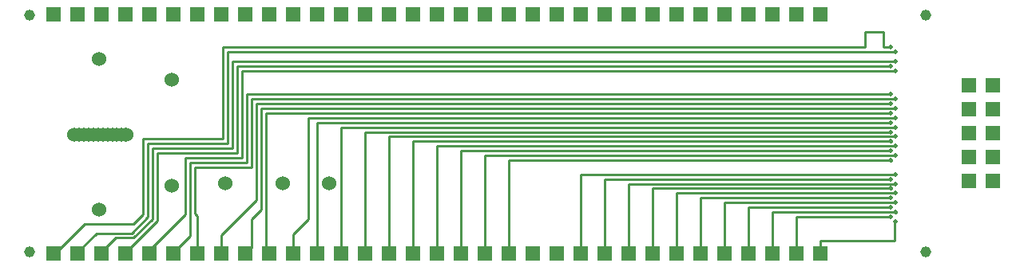
<source format=gbl>
G04*
G04 #@! TF.GenerationSoftware,Altium Limited,Altium Designer,18.1.7 (191)*
G04*
G04 Layer_Physical_Order=2*
G04 Layer_Color=16711680*
%FSLAX44Y44*%
%MOMM*%
G71*
G01*
G75*
%ADD12C,0.2540*%
%ADD23R,1.6000X1.6000*%
%ADD24C,1.5240*%
%ADD25R,1.6000X1.6000*%
%ADD26C,1.1520*%
%ADD27C,0.5080*%
D12*
X1120000Y1413000D02*
X1800000D01*
X1035000Y1235000D02*
Y1315000D01*
X1120000D02*
Y1413000D01*
X1035000Y1315000D02*
X1120000D01*
X1832000Y1407000D02*
Y1407500D01*
X965000Y1194000D02*
X986000Y1215000D01*
X1125000Y1310000D02*
Y1407000D01*
X1040000Y1310000D02*
X1125000D01*
X1040000Y1232000D02*
Y1310000D01*
X1832000Y1397000D02*
Y1397500D01*
X1828000Y1392500D02*
Y1393000D01*
X1832000Y1387000D02*
Y1387500D01*
X1015000Y1193000D02*
X1050000Y1228000D01*
X1045000Y1230000D02*
Y1305000D01*
X1130000D02*
Y1397500D01*
X1045000Y1305000D02*
X1130000D01*
Y1397500D02*
X1832000D01*
X1050000Y1228000D02*
Y1300000D01*
X1135000D02*
Y1392000D01*
X1050000Y1300000D02*
X1135000D01*
X1140000Y1387500D02*
X1832000D01*
X1140000Y1295000D02*
Y1387500D01*
X1080000Y1235000D02*
Y1295000D01*
X1140000D01*
X1145000Y1363000D02*
X1827000D01*
X1145000Y1290000D02*
Y1363000D01*
X1085000Y1212200D02*
Y1290000D01*
X1145000D01*
X1832000Y1357000D02*
Y1357500D01*
X1090000Y1285000D02*
X1150000D01*
X1090000Y1235575D02*
Y1285000D01*
X1150000D02*
Y1357500D01*
X1832000D01*
X1092200Y1193800D02*
Y1233375D01*
Y1192000D02*
Y1193800D01*
X1090000Y1235575D02*
X1092200Y1233375D01*
X1023000Y1215000D02*
X1040000Y1232000D01*
X986000Y1215000D02*
X1023000D01*
X1025000Y1210000D02*
X1045000Y1230000D01*
X1006000Y1210000D02*
X1025000D01*
X940000Y1192000D02*
X973000Y1225000D01*
X1025000D02*
X1035000Y1235000D01*
X973000Y1225000D02*
X1025000D01*
X1125000Y1407500D02*
X1832000Y1407500D01*
X991000Y1195000D02*
X1006000Y1210000D01*
X1135000Y1392500D02*
X1827400Y1392500D01*
X1042000Y1197000D02*
X1080000Y1235000D01*
X1066800Y1194000D02*
X1085000Y1212200D01*
X1828000Y1342500D02*
Y1343000D01*
X1165000Y1342500D02*
X1802000Y1342500D01*
X1165000Y1197200D02*
Y1342500D01*
Y1197200D02*
X1168400Y1193800D01*
X1832000Y1347000D02*
Y1347500D01*
X1143000Y1193000D02*
X1150000Y1200000D01*
X1160000Y1347500D02*
X1832000D01*
X1160000Y1240000D02*
Y1347500D01*
X1150000Y1230000D02*
X1160000Y1240000D01*
X1150000Y1200000D02*
Y1230000D01*
X1827000Y1352500D02*
Y1353000D01*
X1117600Y1193800D02*
Y1212600D01*
Y1193000D02*
Y1193800D01*
X1155000Y1250000D02*
Y1352500D01*
X1117600Y1212600D02*
X1155000Y1250000D01*
Y1352500D02*
X1827000D01*
X1832000Y1337000D02*
Y1337500D01*
X1193800Y1193800D02*
Y1213800D01*
Y1193000D02*
Y1193800D01*
X1210000Y1230000D02*
Y1337500D01*
X1193800Y1213800D02*
X1210000Y1230000D01*
Y1337500D02*
X1832000D01*
Y1207000D02*
Y1227500D01*
X1752500Y1193500D02*
Y1207000D01*
X1832000D01*
X1820000Y1413000D02*
Y1429000D01*
X1800000D02*
X1820000D01*
X1800000Y1413000D02*
Y1429000D01*
X1820000Y1413000D02*
X1827400D01*
X1832000Y1407500D02*
X1832400D01*
X1832000Y1397500D02*
X1832400D01*
X1832000Y1387500D02*
X1832400D01*
X1827400Y1392500D02*
X1828000D01*
Y1232500D02*
Y1233000D01*
X1827400Y1232500D02*
X1828000D01*
X1727200D02*
X1827400D01*
X1833000Y1237000D02*
Y1237500D01*
X1832400D02*
X1833000D01*
X1701800D02*
X1832400D01*
X1827000Y1242500D02*
Y1243000D01*
X1676400Y1242500D02*
X1827000D01*
X1833000Y1247500D02*
Y1248000D01*
X1832400Y1247500D02*
X1833000D01*
X1651000D02*
X1832400D01*
X1827000Y1252000D02*
Y1252500D01*
X1625600D02*
X1827000D01*
X1832000Y1257000D02*
Y1257500D01*
X1600200D02*
X1832000D01*
X1828000Y1262000D02*
Y1262500D01*
X1827400D02*
X1828000D01*
X1574800D02*
X1827400D01*
X1832000Y1267000D02*
Y1267500D01*
X1549400D02*
X1832000D01*
X1827000Y1272000D02*
Y1272500D01*
X1524000D02*
X1827000D01*
X1833000Y1277000D02*
Y1277500D01*
X1832400D02*
X1833000D01*
X1498600D02*
X1832400D01*
X1422400Y1292500D02*
X1802000D01*
X1828000Y1292000D02*
Y1292500D01*
X1827400D02*
X1828000D01*
X1802000D02*
X1827400D01*
X1832000Y1297500D02*
Y1298000D01*
X1397000Y1297500D02*
X1832000D01*
X1827000Y1302500D02*
Y1303000D01*
X1371600Y1302500D02*
X1827000D01*
X1346200Y1307500D02*
X1832000D01*
Y1308000D01*
X1828000Y1312000D02*
Y1312500D01*
X1827400D02*
X1828000D01*
X1320800D02*
X1827400D01*
X1833000Y1317500D02*
Y1318000D01*
X1832400Y1317500D02*
X1833000D01*
X1295400D02*
X1832400D01*
X1828000Y1322500D02*
Y1323000D01*
X1827400Y1322500D02*
X1828000D01*
X1270000D02*
X1827400D01*
X1832000Y1327000D02*
Y1327500D01*
X1244600D02*
X1832000D01*
X1828000Y1332500D02*
Y1333000D01*
X1827400Y1332500D02*
X1828000D01*
X1219200D02*
X1827400D01*
Y1342500D02*
X1828000D01*
X1802000D02*
X1827400D01*
X1219200Y1193500D02*
Y1332500D01*
X1244600Y1191000D02*
Y1327500D01*
X1270000Y1193000D02*
Y1322500D01*
X1295400Y1193500D02*
Y1317500D01*
X1320800Y1193800D02*
Y1312500D01*
X1346200Y1196500D02*
Y1307500D01*
X1371600Y1195000D02*
Y1302500D01*
X1397000Y1197500D02*
Y1297500D01*
X1422400Y1193800D02*
Y1292500D01*
X1498600Y1193000D02*
Y1277500D01*
X1524000Y1193000D02*
Y1272500D01*
X1549400Y1194000D02*
Y1267500D01*
X1574800Y1193000D02*
Y1262500D01*
X1600200Y1193500D02*
Y1257500D01*
X1625600Y1194000D02*
Y1252500D01*
X1651000Y1193500D02*
Y1247500D01*
X1676400Y1193800D02*
Y1242500D01*
X1701800Y1193000D02*
Y1237500D01*
X1727200Y1194000D02*
Y1232500D01*
D23*
X965200Y1193800D02*
D03*
X939800D02*
D03*
X990600D02*
D03*
X1016000D02*
D03*
X1752600Y1447800D02*
D03*
X1727200D02*
D03*
X1701800D02*
D03*
X1676400D02*
D03*
X1651000D02*
D03*
X1625600D02*
D03*
X1600200D02*
D03*
X1574800D02*
D03*
X1549400D02*
D03*
X1524000D02*
D03*
X1498600D02*
D03*
X1473200D02*
D03*
X1447800D02*
D03*
X1422400D02*
D03*
X1397000D02*
D03*
X1371600D02*
D03*
X1346200D02*
D03*
X1320800D02*
D03*
X1295400D02*
D03*
X1270000D02*
D03*
X1244600D02*
D03*
X1219200D02*
D03*
X1193800D02*
D03*
X1168400D02*
D03*
X965200D02*
D03*
X939800D02*
D03*
X990600D02*
D03*
X1016000D02*
D03*
X1041400D02*
D03*
X1066800D02*
D03*
X1092200D02*
D03*
X1117600D02*
D03*
X1143000D02*
D03*
X1041400Y1193800D02*
D03*
X1066800D02*
D03*
X1092200D02*
D03*
X1117600D02*
D03*
X1143000D02*
D03*
X1168400D02*
D03*
X1193800D02*
D03*
X1219200D02*
D03*
X1244600D02*
D03*
X1270000D02*
D03*
X1295400D02*
D03*
X1320800D02*
D03*
X1346200D02*
D03*
X1371600D02*
D03*
X1397000D02*
D03*
X1422400D02*
D03*
X1447800D02*
D03*
X1473200D02*
D03*
X1498600D02*
D03*
X1524000D02*
D03*
X1549400D02*
D03*
X1574800D02*
D03*
X1600200D02*
D03*
X1625600D02*
D03*
X1651000D02*
D03*
X1676400D02*
D03*
X1701800D02*
D03*
X1727200D02*
D03*
X1752600D02*
D03*
D24*
X962400Y1320000D02*
D03*
X967400D02*
D03*
X972400D02*
D03*
X977400D02*
D03*
X997400D02*
D03*
X992400D02*
D03*
X987400D02*
D03*
X982400D02*
D03*
X1017400D02*
D03*
X1012400D02*
D03*
X1007400D02*
D03*
X1002400D02*
D03*
X1016400D02*
D03*
X988400Y1240000D02*
D03*
Y1400000D02*
D03*
X1122400Y1268000D02*
D03*
X1232400D02*
D03*
X1183400D02*
D03*
X1065400Y1265000D02*
D03*
Y1378000D02*
D03*
D25*
X1935400Y1371800D02*
D03*
Y1346400D02*
D03*
Y1321000D02*
D03*
Y1295600D02*
D03*
Y1270200D02*
D03*
X1910000D02*
D03*
Y1295600D02*
D03*
Y1321000D02*
D03*
Y1346400D02*
D03*
Y1371800D02*
D03*
D26*
X1865000Y1447000D02*
D03*
Y1195000D02*
D03*
X915000D02*
D03*
Y1447000D02*
D03*
D27*
X1827400Y1413000D02*
D03*
X1832400Y1407500D02*
D03*
Y1397500D02*
D03*
X1827400Y1392500D02*
D03*
X1832400Y1387500D02*
D03*
X1827400Y1232500D02*
D03*
X1832400Y1237500D02*
D03*
Y1227500D02*
D03*
Y1257500D02*
D03*
X1827400Y1242500D02*
D03*
X1832400Y1247500D02*
D03*
X1827400Y1252500D02*
D03*
X1832400Y1307500D02*
D03*
X1827400Y1302500D02*
D03*
X1832400Y1297500D02*
D03*
X1827400Y1292500D02*
D03*
X1832400Y1277500D02*
D03*
X1827400Y1272500D02*
D03*
X1832400Y1267500D02*
D03*
X1827400Y1262500D02*
D03*
X1832400Y1337500D02*
D03*
X1827400Y1312500D02*
D03*
X1832400Y1317500D02*
D03*
X1827400Y1322500D02*
D03*
X1832400Y1327500D02*
D03*
X1827400Y1332500D02*
D03*
Y1342500D02*
D03*
X1832400Y1347500D02*
D03*
X1827400Y1352500D02*
D03*
X1832400Y1357500D02*
D03*
X1827400Y1363000D02*
D03*
M02*

</source>
